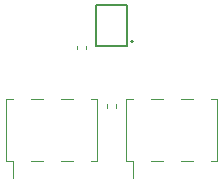
<source format=gto>
G04 #@! TF.GenerationSoftware,KiCad,Pcbnew,(5.99.0-11065-g2a3d8e22b6)*
G04 #@! TF.CreationDate,2021-07-08T09:19:06+01:00*
G04 #@! TF.ProjectId,NB3_ear,4e42335f-6561-4722-9e6b-696361645f70,0.0.1*
G04 #@! TF.SameCoordinates,PX868b5c0PY6ee3738*
G04 #@! TF.FileFunction,Legend,Top*
G04 #@! TF.FilePolarity,Positive*
%FSLAX46Y46*%
G04 Gerber Fmt 4.6, Leading zero omitted, Abs format (unit mm)*
G04 Created by KiCad (PCBNEW (5.99.0-11065-g2a3d8e22b6)) date 2021-07-08 09:19:06*
%MOMM*%
%LPD*%
G01*
G04 APERTURE LIST*
%ADD10C,0.127000*%
%ADD11C,0.200000*%
%ADD12C,0.120000*%
G04 APERTURE END LIST*
D10*
X8675000Y17111000D02*
X8675000Y13611000D01*
X11325000Y17111000D02*
X8675000Y17111000D01*
X8675000Y13611000D02*
X11325000Y13611000D01*
X11325000Y13611000D02*
X11325000Y17111000D01*
D11*
X11837500Y14011000D02*
G75*
G03*
X11837500Y14011000I-100000J0D01*
G01*
D12*
X7820000Y13627836D02*
X7820000Y13412164D01*
X7100000Y13627836D02*
X7100000Y13412164D01*
X10380000Y8376359D02*
X10380000Y8683641D01*
X9620000Y8376359D02*
X9620000Y8683641D01*
X18950000Y3925000D02*
X18950000Y9125000D01*
X18380000Y9125000D02*
X18950000Y9125000D01*
X13300000Y3925000D02*
X14320000Y3925000D01*
X11210000Y3925000D02*
X11210000Y9125000D01*
X15840000Y9125000D02*
X16860000Y9125000D01*
X15840000Y3925000D02*
X16860000Y3925000D01*
X11210000Y3925000D02*
X11780000Y3925000D01*
X11780000Y2485000D02*
X11780000Y3925000D01*
X13300000Y9125000D02*
X14320000Y9125000D01*
X11210000Y9125000D02*
X11780000Y9125000D01*
X18380000Y3925000D02*
X18950000Y3925000D01*
X1050000Y3900000D02*
X1050000Y9100000D01*
X8220000Y9100000D02*
X8790000Y9100000D01*
X3140000Y9100000D02*
X4160000Y9100000D01*
X1050000Y9100000D02*
X1620000Y9100000D01*
X1620000Y2460000D02*
X1620000Y3900000D01*
X3140000Y3900000D02*
X4160000Y3900000D01*
X8790000Y3900000D02*
X8790000Y9100000D01*
X5680000Y9100000D02*
X6700000Y9100000D01*
X5680000Y3900000D02*
X6700000Y3900000D01*
X1050000Y3900000D02*
X1620000Y3900000D01*
X8220000Y3900000D02*
X8790000Y3900000D01*
M02*

</source>
